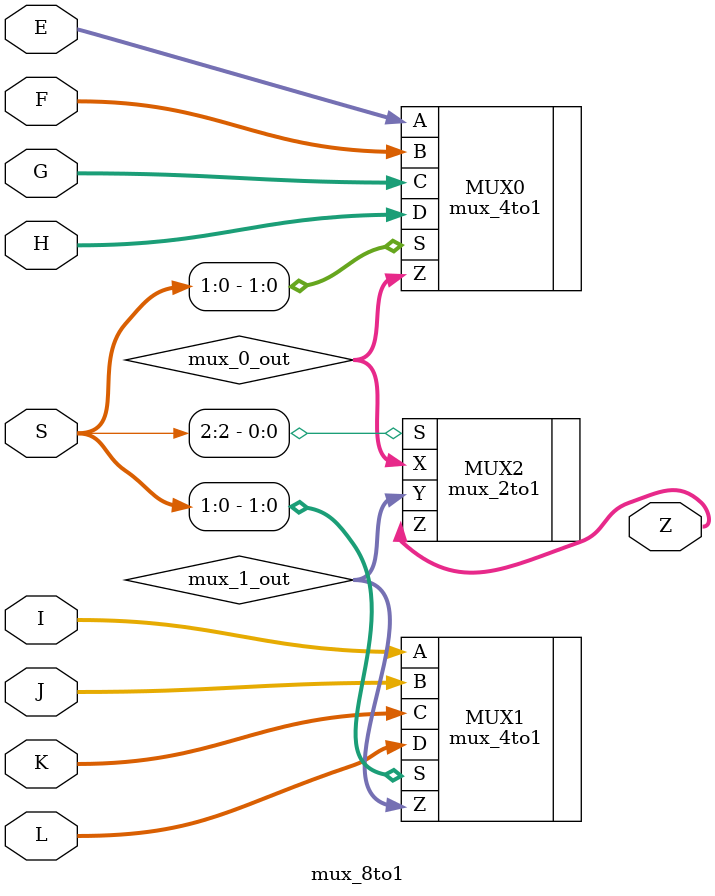
<source format=v>
`timescale 1ns / 1ps
`default_nettype none //helps catch typo-related bugs
module mux_8to1(E,F,G,H,I,J,K,L,S,Z);

	parameter N = 32; // 32 bits by default 
	
	//port definitions - customize for different bit widths
	input wire [N-1:0] E,F,G,H,I,J,K,L; // 8 32bit input buses
	input wire [2:0] S; // 3bit signal select bus
	output wire [N-1:0] Z; // 1 32bit output bus
	
	
	//instantiate hardware
   wire [N-1:0] mux_0_out , mux_1_out;
	mux_4to1 #(.N(N)) MUX0 (.A(E) , .B(F) , .C(G), .D(H) , .S(S[1:0]), .Z(mux_0_out)); // 4 to 1
	mux_4to1 #(.N(N)) MUX1 (.A(I) , .B(J) , .C(K), .D(L) , .S(S[1:0]), .Z(mux_1_out )); // 4 to 1
	mux_2to1 #(.N(N)) MUX2 (.X(mux_0_out) , .Y(mux_1_out) , .S(S[2]), .Z(Z)) ; // 2 to 1


endmodule
`default_nettype wire //some Xilinx IP requires that the default_nettype be set to wire

</source>
